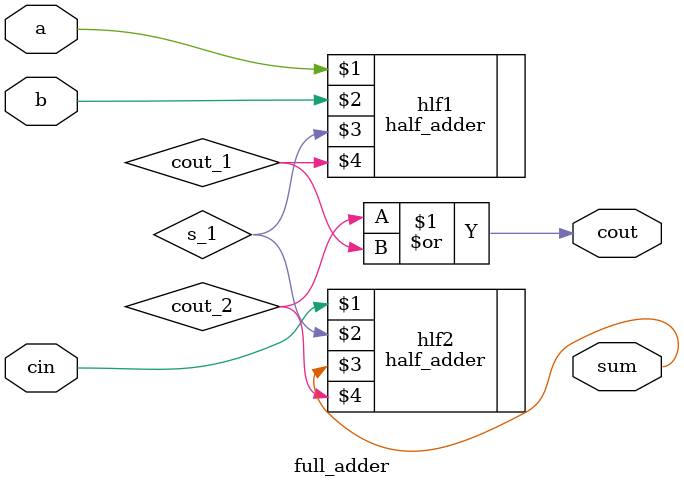
<source format=v>
`include "half_adder.v"
module full_adder(a,b,cin,cout,sum);
input a,b,cin;
output cout,sum;
wire s_1,cout_1,cout_2;
half_adder hlf1(a,b,s_1,cout_1);
half_adder hlf2(cin,s_1,sum,cout_2);
or o1(cout,cout_2,cout_1);
endmodule
</source>
